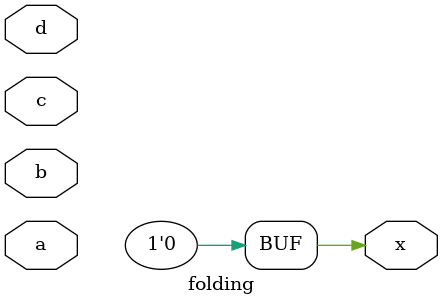
<source format=sv>
module folding (
    output logic x,
    input logic a, b, c, d
);

    assign x = (c | d) & ((a ^ b) & 1'b0);

endmodule

</source>
